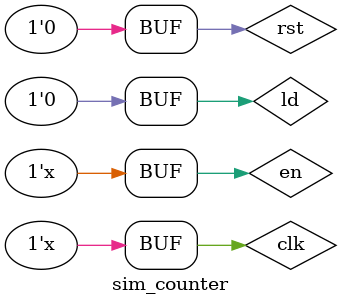
<source format=v>
`timescale 1ns / 1ps


module sim_counter();
    
    reg en,ld,clk,rst;
    reg [7:0] data;
    wire [7:0] Q;
    counter c(
        .en(en),
        .ld(ld),
        .clk(clk),
        .rst(rst),
        .data(data),
        .Q(Q));
    
    initial
    begin
    data=0;
    en=1;
    ld=0;
    clk=0;
    #0 rst=0;
    #2 rst=1;
    #4 rst=0;
    #50 ld=1;
    #60 ld=0;
    #100 ld=1;
    #110 ld=0;
    #400 rst=1;
    #402 rst=0; 
    end
    
    always #5
        clk=~clk;
    
    always #50
        en=~en;
    
    always #10
        data={$random}%8'b11111111;
    
endmodule

</source>
